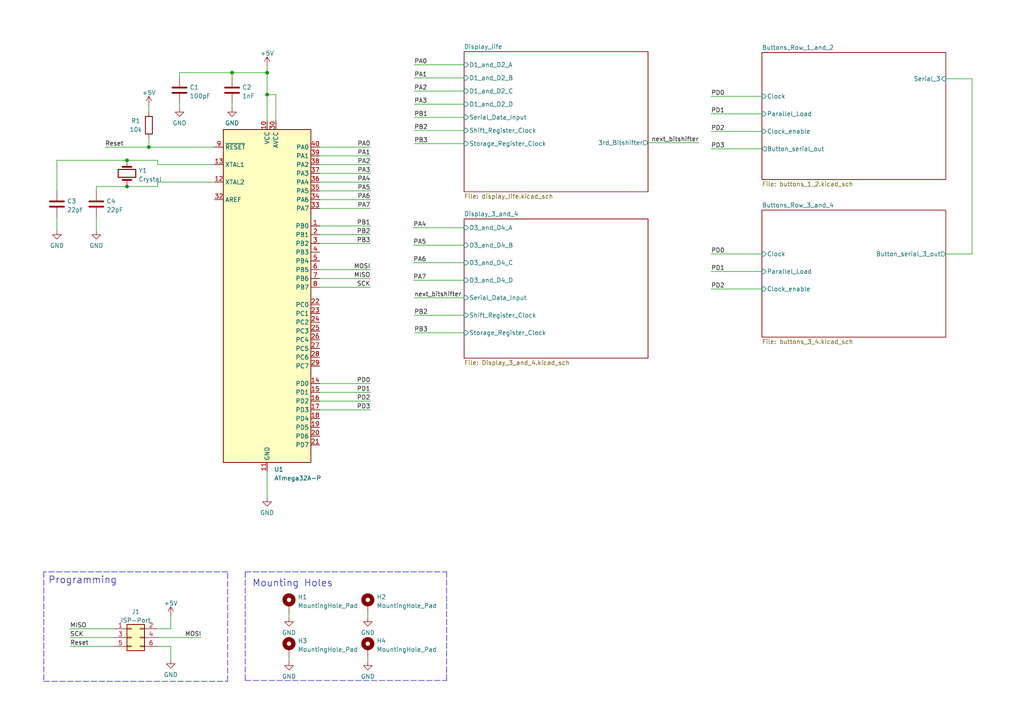
<source format=kicad_sch>
(kicad_sch (version 20211123) (generator eeschema)
  (paper "A4")
  (lib_symbols
    (symbol "Connector_Generic:Conn_02x03_Odd_Even" (pin_names (offset 1.016) hide)
      (property "Reference" "J" (at 1.27 5.08 0))
      (property "Value" "Conn_02x03_Odd_Even" (at 1.27 -5.08 0))
      (symbol "Conn_02x03_Odd_Even_1_1"
        (rectangle (start -1.27 -2.413) (end 0 -2.667) (stroke (width 0.1524)))
        (rectangle (start -1.27 0.127) (end 0 -0.127) (stroke (width 0.1524)))
        (rectangle (start -1.27 2.667) (end 0 2.413) (stroke (width 0.1524)))
        (rectangle (start -1.27 3.81) (end 3.81 -3.81) (stroke (width 0.254)) (fill (type background)))
        (rectangle (start 3.81 -2.413) (end 2.54 -2.667) (stroke (width 0.1524)))
        (rectangle (start 3.81 0.127) (end 2.54 -0.127) (stroke (width 0.1524)))
        (rectangle (start 3.81 2.667) (end 2.54 2.413) (stroke (width 0.1524)))
        (pin passive line (at -5.08 2.54 0) (length 3.81) (name "Pin_1") (number "1"))
        (pin passive line (at 7.62 2.54 180) (length 3.81) (name "Pin_2") (number "2"))
        (pin passive line (at -5.08 0 0) (length 3.81) (name "Pin_3") (number "3"))
        (pin passive line (at 7.62 0 180) (length 3.81) (name "Pin_4") (number "4"))
        (pin passive line (at -5.08 -2.54 0) (length 3.81) (name "Pin_5") (number "5"))
        (pin passive line (at 7.62 -2.54 180) (length 3.81) (name "Pin_6") (number "6"))
      )
    )
    (symbol "Device:C" (pin_numbers hide) (pin_names (offset 0.254))
      (property "Reference" "C" (at 0.635 2.54 0))
      (property "Value" "C" (at 0.635 -2.54 0))
      (symbol "C_0_1"
        (polyline (pts (xy -2.032 -0.762) (xy 2.032 -0.762)) (stroke (width 0.508)))
        (polyline (pts (xy -2.032 0.762) (xy 2.032 0.762)) (stroke (width 0.508)))
      )
      (symbol "C_1_1"
        (pin passive line (at 0 3.81 270) (length 2.794) (name "~") (number "1"))
        (pin passive line (at 0 -3.81 90) (length 2.794) (name "~") (number "2"))
      )
    )
    (symbol "Device:Crystal" (pin_numbers hide) (pin_names (offset 1.016) hide)
      (property "Reference" "Y" (at 0 3.81 0))
      (property "Value" "Crystal" (at 0 -3.81 0))
      (symbol "Crystal_0_1"
        (rectangle (start -1.143 2.54) (end 1.143 -2.54) (stroke (width 0.3048)))
        (polyline (pts (xy -2.54 0) (xy -1.905 0)))
        (polyline (pts (xy -1.905 -1.27) (xy -1.905 1.27)) (stroke (width 0.508)))
        (polyline (pts (xy 1.905 -1.27) (xy 1.905 1.27)) (stroke (width 0.508)))
        (polyline (pts (xy 2.54 0) (xy 1.905 0)))
      )
      (symbol "Crystal_1_1"
        (pin passive line (at -3.81 0 0) (length 1.27) (name "1") (number "1"))
        (pin passive line (at 3.81 0 180) (length 1.27) (name "2") (number "2"))
      )
    )
    (symbol "Device:R" (pin_numbers hide) (pin_names (offset 0))
      (property "Reference" "R" (at 2.032 0 90))
      (property "Value" "R" (at 0 0 90))
      (symbol "R_0_1"
        (rectangle (start -1.016 -2.54) (end 1.016 2.54) (stroke (width 0.254)))
      )
      (symbol "R_1_1"
        (pin passive line (at 0 3.81 270) (length 1.27) (name "~") (number "1"))
        (pin passive line (at 0 -3.81 90) (length 1.27) (name "~") (number "2"))
      )
    )
    (symbol "MCU_Microchip_ATmega:ATmega32A-P"
      (property "Reference" "U" (at -12.7 49.53 0))
      (property "Value" "ATmega32A-P" (at 2.54 -49.53 0))
      (symbol "ATmega32A-P_0_1"
        (rectangle (start -12.7 -48.26) (end 12.7 48.26) (stroke (width 0.254)) (fill (type background)))
      )
      (symbol "ATmega32A-P_1_1"
        (pin bidirectional line (at 15.24 20.32 180) (length 2.54) (name "PB0") (number "1"))
        (pin power_in line (at 0 50.8 270) (length 2.54) (name "VCC") (number "10"))
        (pin power_in line (at 0 -50.8 90) (length 2.54) (name "GND") (number "11"))
        (pin output line (at -15.24 33.02 0) (length 2.54) (name "XTAL2") (number "12"))
        (pin input line (at -15.24 38.1 0) (length 2.54) (name "XTAL1") (number "13"))
        (pin bidirectional line (at 15.24 -25.4 180) (length 2.54) (name "PD0") (number "14"))
        (pin bidirectional line (at 15.24 -27.94 180) (length 2.54) (name "PD1") (number "15"))
        (pin bidirectional line (at 15.24 -30.48 180) (length 2.54) (name "PD2") (number "16"))
        (pin bidirectional line (at 15.24 -33.02 180) (length 2.54) (name "PD3") (number "17"))
        (pin bidirectional line (at 15.24 -35.56 180) (length 2.54) (name "PD4") (number "18"))
        (pin bidirectional line (at 15.24 -38.1 180) (length 2.54) (name "PD5") (number "19"))
        (pin bidirectional line (at 15.24 17.78 180) (length 2.54) (name "PB1") (number "2"))
        (pin bidirectional line (at 15.24 -40.64 180) (length 2.54) (name "PD6") (number "20"))
        (pin bidirectional line (at 15.24 -43.18 180) (length 2.54) (name "PD7") (number "21"))
        (pin bidirectional line (at 15.24 -2.54 180) (length 2.54) (name "PC0") (number "22"))
        (pin bidirectional line (at 15.24 -5.08 180) (length 2.54) (name "PC1") (number "23"))
        (pin bidirectional line (at 15.24 -7.62 180) (length 2.54) (name "PC2") (number "24"))
        (pin bidirectional line (at 15.24 -10.16 180) (length 2.54) (name "PC3") (number "25"))
        (pin bidirectional line (at 15.24 -12.7 180) (length 2.54) (name "PC4") (number "26"))
        (pin bidirectional line (at 15.24 -15.24 180) (length 2.54) (name "PC5") (number "27"))
        (pin bidirectional line (at 15.24 -17.78 180) (length 2.54) (name "PC6") (number "28"))
        (pin bidirectional line (at 15.24 -20.32 180) (length 2.54) (name "PC7") (number "29"))
        (pin bidirectional line (at 15.24 15.24 180) (length 2.54) (name "PB2") (number "3"))
        (pin power_in line (at 2.54 50.8 270) (length 2.54) (name "AVCC") (number "30"))
        (pin passive line (at 0 -50.8 90) (length 2.54) hide (name "GND") (number "31"))
        (pin passive line (at -15.24 27.94 0) (length 2.54) (name "AREF") (number "32"))
        (pin bidirectional line (at 15.24 25.4 180) (length 2.54) (name "PA7") (number "33"))
        (pin bidirectional line (at 15.24 27.94 180) (length 2.54) (name "PA6") (number "34"))
        (pin bidirectional line (at 15.24 30.48 180) (length 2.54) (name "PA5") (number "35"))
        (pin bidirectional line (at 15.24 33.02 180) (length 2.54) (name "PA4") (number "36"))
        (pin bidirectional line (at 15.24 35.56 180) (length 2.54) (name "PA3") (number "37"))
        (pin bidirectional line (at 15.24 38.1 180) (length 2.54) (name "PA2") (number "38"))
        (pin bidirectional line (at 15.24 40.64 180) (length 2.54) (name "PA1") (number "39"))
        (pin bidirectional line (at 15.24 12.7 180) (length 2.54) (name "PB3") (number "4"))
        (pin bidirectional line (at 15.24 43.18 180) (length 2.54) (name "PA0") (number "40"))
        (pin bidirectional line (at 15.24 10.16 180) (length 2.54) (name "PB4") (number "5"))
        (pin bidirectional line (at 15.24 7.62 180) (length 2.54) (name "PB5") (number "6"))
        (pin bidirectional line (at 15.24 5.08 180) (length 2.54) (name "PB6") (number "7"))
        (pin bidirectional line (at 15.24 2.54 180) (length 2.54) (name "PB7") (number "8"))
        (pin input line (at -15.24 43.18 0) (length 2.54) (name "~{RESET}") (number "9"))
      )
    )
    (symbol "Mechanical:MountingHole_Pad" (pin_numbers hide) (pin_names (offset 1.016) hide)
      (property "Reference" "H" (at 0 6.35 0))
      (property "Value" "MountingHole_Pad" (at 0 4.445 0))
      (symbol "MountingHole_Pad_0_1"
        (circle (center 0 1.27) (radius 1.27) (stroke (width 1.27)))
      )
      (symbol "MountingHole_Pad_1_1"
        (pin input line (at 0 -2.54 90) (length 2.54) (name "1") (number "1"))
      )
    )
    (symbol "power:+5V" (power) (pin_names (offset 0))
      (property "Value" "+5V" (at 0 3.556 0))
      (symbol "+5V_0_1"
        (polyline (pts (xy -0.762 1.27) (xy 0 2.54)))
        (polyline (pts (xy 0 0) (xy 0 2.54)))
        (polyline (pts (xy 0 2.54) (xy 0.762 1.27)))
      )
      (symbol "+5V_1_1"
        (pin power_in line (at 0 0 90) (length 0) hide (name "+5V") (number "1"))
      )
    )
    (symbol "power:GND" (power) (pin_names (offset 0))
      (property "Value" "GND" (at 0 -3.81 0))
      (symbol "GND_0_1"
        (polyline (pts (xy 0 0) (xy 0 -1.27) (xy 1.27 -1.27) (xy 0 -2.54) (xy -1.27 -1.27) (xy 0 -1.27)))
      )
      (symbol "GND_1_1"
        (pin power_in line (at 0 0 270) (length 0) hide (name "GND") (number "1"))
      )
    )
  )
  (junction (at 67.31 21.082))
  (junction (at 36.83 54.102))
  (junction (at 43.18 42.672))
  (junction (at 77.47 27.432))
  (junction (at 77.47 21.082))
  (junction (at 36.83 46.482))
  (wire (pts (xy 92.71 47.752) (xy 107.442 47.752)))
  (wire (pts (xy 43.18 40.132) (xy 43.18 42.672)))
  (wire (pts (xy 120.142 37.846) (xy 134.62 37.846)))
  (wire (pts (xy 77.47 21.082) (xy 77.47 27.432)))
  (wire (pts (xy 120.142 22.606) (xy 134.62 22.606)))
  (wire (pts (xy 92.71 83.312) (xy 107.442 83.312)))
  (wire (pts (xy 92.71 65.532) (xy 107.442 65.532)))
  (wire (pts (xy 120.142 34.036) (xy 134.62 34.036)))
  (wire (pts (xy 120.142 30.226) (xy 134.62 30.226)))
  (wire (pts (xy 45.72 47.752) (xy 45.72 46.482)))
  (wire (pts (xy 80.01 35.052) (xy 80.01 27.432)))
  (wire (pts (xy 206.248 38.1) (xy 220.98 38.1)))
  (wire (pts (xy 27.94 62.992) (xy 27.94 66.802)))
  (wire (pts (xy 77.47 27.432) (xy 77.47 35.052)))
  (wire (pts (xy 92.71 118.872) (xy 107.442 118.872)))
  (wire (pts (xy 49.53 187.452) (xy 49.53 191.262)))
  (wire (pts (xy 134.62 81.28) (xy 119.888 81.28)))
  (polyline (pts (xy 66.04 197.612) (xy 66.04 165.862)))
  (wire (pts (xy 45.72 184.912) (xy 58.42 184.912)))
  (wire (pts (xy 134.62 71.12) (xy 119.888 71.12)))
  (wire (pts (xy 77.47 19.05) (xy 77.47 21.082)))
  (wire (pts (xy 206.248 43.18) (xy 220.98 43.18)))
  (wire (pts (xy 30.48 42.672) (xy 43.18 42.672)))
  (wire (pts (xy 43.18 42.672) (xy 62.23 42.672)))
  (wire (pts (xy 83.82 177.8) (xy 83.82 179.07)))
  (wire (pts (xy 45.72 52.832) (xy 45.72 54.102)))
  (wire (pts (xy 206.248 27.94) (xy 220.98 27.94)))
  (polyline (pts (xy 71.12 197.358) (xy 129.54 197.358)))
  (wire (pts (xy 80.01 27.432) (xy 77.47 27.432)))
  (wire (pts (xy 206.248 78.74) (xy 220.98 78.74)))
  (wire (pts (xy 134.62 76.2) (xy 119.888 76.2)))
  (wire (pts (xy 92.71 60.452) (xy 107.442 60.452)))
  (wire (pts (xy 45.72 187.452) (xy 49.53 187.452)))
  (polyline (pts (xy 129.54 165.862) (xy 129.54 195.58)))
  (wire (pts (xy 281.94 22.86) (xy 274.32 22.86)))
  (wire (pts (xy 92.71 113.792) (xy 107.442 113.792)))
  (wire (pts (xy 92.71 52.832) (xy 107.442 52.832)))
  (wire (pts (xy 20.32 182.372) (xy 33.02 182.372)))
  (wire (pts (xy 92.71 68.072) (xy 107.442 68.072)))
  (wire (pts (xy 206.248 33.02) (xy 220.98 33.02)))
  (wire (pts (xy 62.23 52.832) (xy 45.72 52.832)))
  (wire (pts (xy 120.142 91.44) (xy 134.62 91.44)))
  (wire (pts (xy 120.142 96.52) (xy 134.62 96.52)))
  (wire (pts (xy 106.68 190.5) (xy 106.68 191.77)))
  (polyline (pts (xy 66.04 165.862) (xy 12.7 165.862)))
  (wire (pts (xy 92.71 55.372) (xy 107.442 55.372)))
  (wire (pts (xy 92.71 111.252) (xy 107.442 111.252)))
  (polyline (pts (xy 71.12 165.862) (xy 129.54 165.862)))
  (wire (pts (xy 67.31 21.082) (xy 67.31 22.352)))
  (wire (pts (xy 20.32 187.452) (xy 33.02 187.452)))
  (wire (pts (xy 92.71 57.912) (xy 107.442 57.912)))
  (wire (pts (xy 92.71 50.292) (xy 107.442 50.292)))
  (wire (pts (xy 120.142 18.796) (xy 134.62 18.796)))
  (wire (pts (xy 206.248 73.66) (xy 220.98 73.66)))
  (wire (pts (xy 49.53 178.562) (xy 49.53 182.372)))
  (wire (pts (xy 92.71 70.612) (xy 107.442 70.612)))
  (wire (pts (xy 45.72 182.372) (xy 49.53 182.372)))
  (polyline (pts (xy 12.7 197.612) (xy 66.04 197.612)))
  (wire (pts (xy 77.47 136.652) (xy 77.47 144.272)))
  (wire (pts (xy 27.94 54.102) (xy 36.83 54.102)))
  (wire (pts (xy 206.248 83.82) (xy 220.98 83.82)))
  (wire (pts (xy 106.68 177.8) (xy 106.68 179.07)))
  (wire (pts (xy 52.07 22.352) (xy 52.07 21.082)))
  (polyline (pts (xy 129.54 197.358) (xy 129.54 194.818)))
  (wire (pts (xy 120.142 41.656) (xy 134.62 41.656)))
  (wire (pts (xy 67.31 29.972) (xy 67.31 31.242)))
  (wire (pts (xy 52.07 29.972) (xy 52.07 31.242)))
  (wire (pts (xy 16.51 46.482) (xy 16.51 55.372)))
  (wire (pts (xy 120.142 26.416) (xy 134.62 26.416)))
  (wire (pts (xy 274.32 73.66) (xy 281.94 73.66)))
  (wire (pts (xy 45.72 54.102) (xy 36.83 54.102)))
  (wire (pts (xy 83.82 190.5) (xy 83.82 191.77)))
  (wire (pts (xy 281.94 73.66) (xy 281.94 22.86)))
  (wire (pts (xy 43.18 30.48) (xy 43.18 32.512)))
  (wire (pts (xy 187.96 41.402) (xy 202.692 41.402)))
  (wire (pts (xy 36.83 46.482) (xy 45.72 46.482)))
  (wire (pts (xy 92.71 80.772) (xy 107.442 80.772)))
  (wire (pts (xy 62.23 47.752) (xy 45.72 47.752)))
  (polyline (pts (xy 12.7 165.862) (xy 12.7 197.612)))
  (wire (pts (xy 67.31 21.082) (xy 77.47 21.082)))
  (polyline (pts (xy 71.12 165.862) (xy 71.12 197.358)))
  (wire (pts (xy 92.71 78.232) (xy 107.442 78.232)))
  (wire (pts (xy 92.71 42.672) (xy 107.442 42.672)))
  (wire (pts (xy 52.07 21.082) (xy 67.31 21.082)))
  (wire (pts (xy 134.62 66.04) (xy 119.888 66.04)))
  (wire (pts (xy 120.142 86.36) (xy 134.62 86.36)))
  (wire (pts (xy 20.32 184.912) (xy 33.02 184.912)))
  (wire (pts (xy 16.51 46.482) (xy 36.83 46.482)))
  (wire (pts (xy 16.51 62.992) (xy 16.51 66.802)))
  (wire (pts (xy 92.71 116.332) (xy 107.442 116.332)))
  (wire (pts (xy 92.71 45.212) (xy 107.442 45.212)))
  (wire (pts (xy 27.94 54.102) (xy 27.94 55.372)))
  (text "Mounting Holes" (at 73.152 170.434 0) (effects (font (size 2 2)) (justify left bottom)))
  (text "Programming" (at 13.97 169.545 0) (effects (font (size 2 2)) (justify left bottom)))
  (label "next_bitshifter" (at 202.692 41.402 180))
  (label "PA3" (at 120.142 30.226 0))
  (label "MOSI" (at 107.442 78.232 180))
  (label "PD0" (at 206.248 27.94 0))
  (label "PD1" (at 206.248 33.02 0))
  (label "PD3" (at 206.248 43.18 0))
  (label "PA6" (at 107.442 57.912 180))
  (label "MISO" (at 20.32 182.372 0))
  (label "PB3" (at 120.142 96.52 0))
  (label "PB1" (at 120.142 34.036 0))
  (label "PD0" (at 107.442 111.252 180))
  (label "PB2" (at 120.142 37.846 0))
  (label "PA2" (at 120.142 26.416 0))
  (label "PA4" (at 119.888 66.04 0))
  (label "PA1" (at 120.142 22.606 0))
  (label "PB3" (at 120.142 41.656 0))
  (label "PB3" (at 107.442 70.612 180))
  (label "PD1" (at 107.442 113.792 180))
  (label "PA0" (at 107.442 42.672 180))
  (label "PA5" (at 107.442 55.372 180))
  (label "SCK" (at 107.442 83.312 180))
  (label "PD0" (at 206.248 73.66 0))
  (label "PD2" (at 206.248 38.1 0))
  (label "Reset" (at 20.32 187.452 0))
  (label "SCK" (at 20.32 184.912 0))
  (label "PA0" (at 120.142 18.796 0))
  (label "PD1" (at 206.248 78.74 0))
  (label "PA6" (at 119.888 76.2 0))
  (label "PA7" (at 119.888 81.28 0))
  (label "PD2" (at 206.248 83.82 0))
  (label "Reset" (at 30.48 42.672 0))
  (label "PA7" (at 107.442 60.452 180))
  (label "PA3" (at 107.442 50.292 180))
  (label "PB1" (at 107.442 65.532 180))
  (label "PA1" (at 107.442 45.212 180))
  (label "PB2" (at 120.142 91.44 0))
  (label "PD3" (at 107.442 118.872 180))
  (label "PA4" (at 107.442 52.832 180))
  (label "PD2" (at 107.442 116.332 180))
  (label "PB2" (at 107.442 68.072 180))
  (label "PA2" (at 107.442 47.752 180))
  (label "next_bitshifter" (at 120.142 86.36 0))
  (label "MOSI" (at 58.42 184.912 180))
  (label "MISO" (at 107.442 80.772 180))
  (label "PA5" (at 119.888 71.12 0))
  (symbol (lib_id "power:GND") (at 106.68 179.07 0) (unit 1)
    (property "Reference" "#PWR0148" (effects hide))
    (property "Value" "GND" (at 106.68 183.5134 0))
  )
  (symbol (lib_id "power:GND") (at 52.07 31.242 0) (unit 1)
    (property "Reference" "#PWR0102" (effects hide))
    (property "Value" "GND" (at 52.07 35.6854 0))
  )
  (symbol (lib_id "Device:C") (at 52.07 26.162 0) (unit 1)
    (property "Reference" "C1" (at 54.991 25.3273 0) (effects (justify left)))
    (property "Value" "100pF" (at 54.991 27.8642 0) (effects (justify left)))
    (property "Footprint" "Capacitor_THT:C_Disc_D3.8mm_W2.6mm_P2.50mm" (effects hide))
  )
  (symbol (lib_id "Mechanical:MountingHole_Pad") (at 83.82 175.26 0) (unit 1)
    (property "Reference" "H1" (at 86.36 173.1553 0) (effects (justify left)))
    (property "Value" "MountingHole_Pad" (at 86.36 175.6922 0) (effects (justify left)))
    (property "Footprint" "MountingHole:MountingHole_3.2mm_M3_DIN965_Pad" (effects hide))
  )
  (symbol (lib_id "Mechanical:MountingHole_Pad") (at 106.68 175.26 0) (unit 1)
    (property "Reference" "H2" (at 109.22 173.1553 0) (effects (justify left)))
    (property "Value" "MountingHole_Pad" (at 109.22 175.6922 0) (effects (justify left)))
    (property "Footprint" "MountingHole:MountingHole_3.2mm_M3_DIN965_Pad" (effects hide))
  )
  (symbol (lib_id "power:+5V") (at 77.47 19.05 0) (unit 1)
    (property "Reference" "#PWR01" (effects hide))
    (property "Value" "+5V" (at 77.47 15.4742 0))
  )
  (symbol (lib_id "Connector_Generic:Conn_02x03_Odd_Even") (at 38.1 184.912 0) (unit 1)
    (property "Reference" "J1" (at 39.37 177.4022 0))
    (property "Value" "ISP-Port" (at 39.37 179.9391 0))
    (property "Footprint" "Connector_IDC:IDC-Header_2x03_P2.54mm_Vertical" (effects hide))
  )
  (symbol (lib_id "power:GND") (at 106.68 191.77 0) (unit 1)
    (property "Reference" "#PWR0149" (effects hide))
    (property "Value" "GND" (at 106.68 196.2134 0))
  )
  (symbol (lib_id "power:GND") (at 77.47 144.272 0) (unit 1)
    (property "Reference" "#PWR02" (effects hide))
    (property "Value" "GND" (at 77.47 148.7154 0))
  )
  (symbol (lib_id "Device:C") (at 16.51 59.182 0) (unit 1)
    (property "Reference" "C3" (at 19.431 58.3473 0) (effects (justify left)))
    (property "Value" "22pf" (at 19.431 60.8842 0) (effects (justify left)))
    (property "Footprint" "Capacitor_THT:C_Disc_D3.8mm_W2.6mm_P2.50mm" (effects hide))
  )
  (symbol (lib_id "MCU_Microchip_ATmega:ATmega32A-P") (at 77.47 85.852 0) (unit 1)
    (property "Reference" "U1" (at 79.4894 136.1424 0) (effects (justify left)))
    (property "Value" "ATmega32A-P" (at 79.4894 138.6793 0) (effects (justify left)))
    (property "Footprint" "Package_DIP:DIP-40_W15.24mm_LongPads" (effects hide))
    (property "Datasheet" "http://ww1.microchip.com/downloads/en/DeviceDoc/atmel-8155-8-bit-microcontroller-avr-atmega32a_datasheet.pdf" (effects hide))
  )
  (symbol (lib_id "power:GND") (at 67.31 31.242 0) (unit 1)
    (property "Reference" "#PWR0101" (effects hide))
    (property "Value" "GND" (at 67.31 35.6854 0))
  )
  (symbol (lib_id "Device:Crystal") (at 36.83 50.292 90) (unit 1)
    (property "Reference" "Y1" (at 40.1574 49.4573 90) (effects (justify right)))
    (property "Value" "Crystal" (at 40.1574 51.9942 90) (effects (justify right)))
    (property "Footprint" "Crystal:Crystal_HC49-4H_Vertical" (effects hide))
  )
  (symbol (lib_id "Mechanical:MountingHole_Pad") (at 83.82 187.96 0) (unit 1)
    (property "Reference" "H3" (at 86.36 185.8553 0) (effects (justify left)))
    (property "Value" "MountingHole_Pad" (at 86.36 188.3922 0) (effects (justify left)))
    (property "Footprint" "MountingHole:MountingHole_3.2mm_M3_DIN965_Pad" (effects hide))
  )
  (symbol (lib_id "power:GND") (at 83.82 179.07 0) (unit 1)
    (property "Reference" "#PWR0146" (effects hide))
    (property "Value" "GND" (at 83.82 183.5134 0))
  )
  (symbol (lib_id "power:+5V") (at 43.18 30.48 0) (unit 1)
    (property "Reference" "#PWR0109" (effects hide))
    (property "Value" "+5V" (at 43.18 26.9042 0))
  )
  (symbol (lib_id "power:GND") (at 27.94 66.802 0) (unit 1)
    (property "Reference" "#PWR0103" (effects hide))
    (property "Value" "GND" (at 27.94 71.2454 0))
  )
  (symbol (lib_id "Device:C") (at 27.94 59.182 0) (unit 1)
    (property "Reference" "C4" (at 30.861 58.3473 0) (effects (justify left)))
    (property "Value" "22pF" (at 30.861 60.8842 0) (effects (justify left)))
    (property "Footprint" "Capacitor_THT:C_Disc_D3.8mm_W2.6mm_P2.50mm" (effects hide))
  )
  (symbol (lib_id "power:GND") (at 83.82 191.77 0) (unit 1)
    (property "Reference" "#PWR0147" (effects hide))
    (property "Value" "GND" (at 83.82 196.2134 0))
  )
  (symbol (lib_id "power:GND") (at 49.53 191.262 0) (unit 1)
    (property "Reference" "#PWR0107" (effects hide))
    (property "Value" "GND" (at 49.53 195.7054 0))
  )
  (symbol (lib_id "power:GND") (at 16.51 66.802 0) (unit 1)
    (property "Reference" "#PWR0104" (effects hide))
    (property "Value" "GND" (at 16.51 71.2454 0))
  )
  (symbol (lib_id "Mechanical:MountingHole_Pad") (at 106.68 187.96 0) (unit 1)
    (property "Reference" "H4" (at 109.22 185.8553 0) (effects (justify left)))
    (property "Value" "MountingHole_Pad" (at 109.22 188.3922 0) (effects (justify left)))
    (property "Footprint" "MountingHole:MountingHole_3.2mm_M3_DIN965_Pad" (effects hide))
  )
  (symbol (lib_id "Device:R") (at 43.18 36.322 180) (unit 1)
    (property "Reference" "R1" (at 39.37 35.052 0))
    (property "Value" "10k" (at 39.37 37.592 0))
    (property "Footprint" "Resistor_THT:R_Axial_DIN0207_L6.3mm_D2.5mm_P7.62mm_Horizontal" (effects hide))
  )
  (symbol (lib_id "power:+5V") (at 49.53 178.562 0) (unit 1)
    (property "Reference" "#PWR0108" (effects hide))
    (property "Value" "+5V" (at 49.53 174.9862 0))
  )
  (symbol (lib_id "Device:C") (at 67.31 26.162 0) (unit 1)
    (property "Reference" "C2" (at 70.231 25.3273 0) (effects (justify left)))
    (property "Value" "1nF" (at 70.231 27.8642 0) (effects (justify left)))
    (property "Footprint" "Capacitor_THT:C_Disc_D3.8mm_W2.6mm_P2.50mm" (effects hide))
  )
  (sheet (at 134.62 14.986) (size 53.34 40.64) (stroke (width 0.1524))
    (property "Sheet name" "Display_life" (at 134.62 14.2744 0) (effects (justify left bottom)))
    (property "Sheet file" "display_life.kicad_sch" (at 134.62 56.2106 0) (effects (justify left top)))
    (pin "D1_and_D2_C" input (at 134.62 26.416 180))
    (pin "D1_and_D2_B" input (at 134.62 22.606 180))
    (pin "D1_and_D2_A" input (at 134.62 18.796 180))
    (pin "D1_and_D2_D" input (at 134.62 30.226 180))
    (pin "Serial_Data_Input" input (at 134.62 34.036 180))
    (pin "Shift_Register_Clock" input (at 134.62 37.846 180))
    (pin "Storage_Register_Clock" input (at 134.62 41.656 180))
    (pin "3rd_Bitshifter" output (at 187.96 41.402 0))
  )
  (sheet (at 134.62 63.5) (size 53.34 40.386) (stroke (width 0.1524))
    (property "Sheet name" "Display_3_and_4" (at 134.62 62.7884 0) (effects (justify left bottom)))
    (property "Sheet file" "Display_3_and_4.kicad_sch" (at 134.62 104.4706 0) (effects (justify left top)))
    (pin "D3_and_D4_A" input (at 134.62 66.04 180))
    (pin "D3_and_D4_D" input (at 134.62 81.28 180))
    (pin "D3_and_D4_B" input (at 134.62 71.12 180))
    (pin "D3_and_D4_C" input (at 134.62 76.2 180))
    (pin "Shift_Register_Clock" input (at 134.62 91.44 180))
    (pin "Storage_Register_Clock" input (at 134.62 96.52 180))
    (pin "Serial_Data_Input" input (at 134.62 86.36 180))
  )
  (sheet (at 220.98 15.24) (size 53.34 36.83) (stroke (width 0.1524))
    (property "Sheet name" "Buttons_Row_1_and_2" (at 220.98 14.5284 0) (effects (justify left bottom)))
    (property "Sheet file" "buttons_1_2.kicad_sch" (at 220.98 52.6546 0) (effects (justify left top)))
    (pin "Parallel_Load" input (at 220.98 33.02 180))
    (pin "Clock" input (at 220.98 27.94 180))
    (pin "Clock_enable" input (at 220.98 38.1 180))
    (pin "Serial_3" input (at 274.32 22.86 0))
    (pin "Button_serial_out" output (at 220.98 43.18 180))
  )
  (sheet (at 220.98 60.96) (size 53.34 36.83) (stroke (width 0.1524))
    (property "Sheet name" "Buttons_Row_3_and_4" (at 220.98 60.2484 0) (effects (justify left bottom)))
    (property "Sheet file" "buttons_3_4.kicad_sch" (at 220.98 98.3746 0) (effects (justify left top)))
    (pin "Parallel_Load" input (at 220.98 78.74 180))
    (pin "Clock" input (at 220.98 73.66 180))
    (pin "Clock_enable" input (at 220.98 83.82 180))
    (pin "Button_serial_3_out" output (at 274.32 73.66 0))
  )
)
</source>
